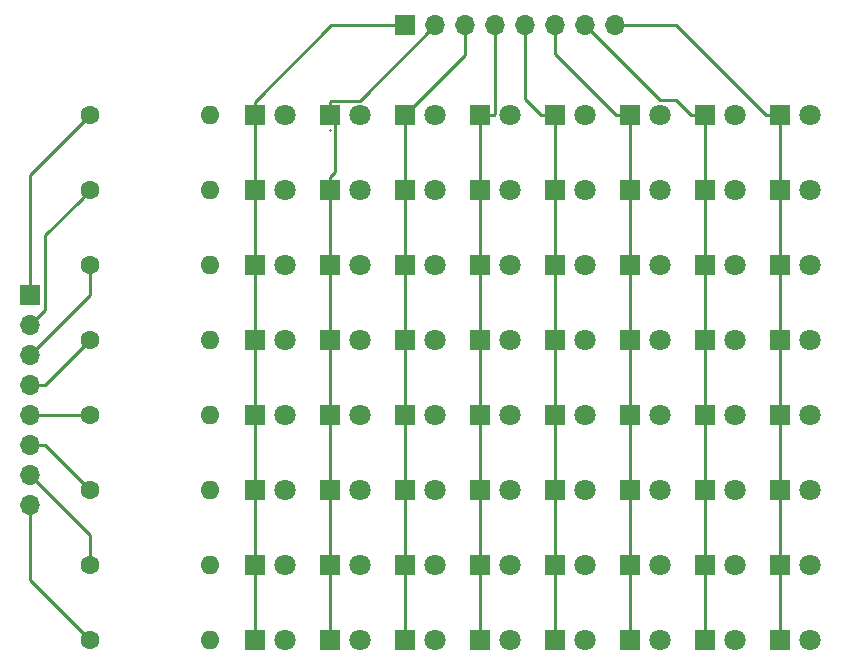
<source format=gtl>
G04 #@! TF.GenerationSoftware,KiCad,Pcbnew,5.0.2+dfsg1-1~bpo9+1*
G04 #@! TF.CreationDate,2019-05-26T15:46:40+01:00*
G04 #@! TF.ProjectId,LedMatrix,4c65644d-6174-4726-9978-2e6b69636164,1.0*
G04 #@! TF.SameCoordinates,Original*
G04 #@! TF.FileFunction,Copper,L1,Top*
G04 #@! TF.FilePolarity,Positive*
%FSLAX46Y46*%
G04 Gerber Fmt 4.6, Leading zero omitted, Abs format (unit mm)*
G04 Created by KiCad (PCBNEW 5.0.2+dfsg1-1~bpo9+1) date Sun 26 May 2019 15:46:40 IST*
%MOMM*%
%LPD*%
G01*
G04 APERTURE LIST*
G04 #@! TA.AperFunction,ComponentPad*
%ADD10O,1.700000X1.700000*%
G04 #@! TD*
G04 #@! TA.AperFunction,ComponentPad*
%ADD11R,1.700000X1.700000*%
G04 #@! TD*
G04 #@! TA.AperFunction,ComponentPad*
%ADD12C,1.800000*%
G04 #@! TD*
G04 #@! TA.AperFunction,ComponentPad*
%ADD13R,1.800000X1.800000*%
G04 #@! TD*
G04 #@! TA.AperFunction,ComponentPad*
%ADD14O,1.600000X1.600000*%
G04 #@! TD*
G04 #@! TA.AperFunction,ComponentPad*
%ADD15C,1.600000*%
G04 #@! TD*
G04 #@! TA.AperFunction,Conductor*
%ADD16C,0.250000*%
G04 #@! TD*
G04 APERTURE END LIST*
D10*
G04 #@! TO.P,J2,8*
G04 #@! TO.N,Net-(D57-Pad1)*
X106680000Y-27940000D03*
G04 #@! TO.P,J2,7*
G04 #@! TO.N,Net-(D49-Pad1)*
X104140000Y-27940000D03*
G04 #@! TO.P,J2,6*
G04 #@! TO.N,Net-(D41-Pad1)*
X101600000Y-27940000D03*
G04 #@! TO.P,J2,5*
G04 #@! TO.N,Net-(D33-Pad1)*
X99060000Y-27940000D03*
G04 #@! TO.P,J2,4*
G04 #@! TO.N,Net-(D25-Pad1)*
X96520000Y-27940000D03*
G04 #@! TO.P,J2,3*
G04 #@! TO.N,Net-(D17-Pad1)*
X93980000Y-27940000D03*
G04 #@! TO.P,J2,2*
G04 #@! TO.N,Net-(D10-Pad1)*
X91440000Y-27940000D03*
D11*
G04 #@! TO.P,J2,1*
G04 #@! TO.N,Net-(D1-Pad1)*
X88900000Y-27940000D03*
G04 #@! TD*
G04 #@! TO.P,J1,1*
G04 #@! TO.N,Net-(J1-Pad1)*
X57150000Y-50800000D03*
D10*
G04 #@! TO.P,J1,2*
G04 #@! TO.N,Net-(J1-Pad2)*
X57150000Y-53340000D03*
G04 #@! TO.P,J1,3*
G04 #@! TO.N,Net-(J1-Pad3)*
X57150000Y-55880000D03*
G04 #@! TO.P,J1,4*
G04 #@! TO.N,Net-(J1-Pad4)*
X57150000Y-58420000D03*
G04 #@! TO.P,J1,5*
G04 #@! TO.N,Net-(J1-Pad5)*
X57150000Y-60960000D03*
G04 #@! TO.P,J1,6*
G04 #@! TO.N,Net-(J1-Pad6)*
X57150000Y-63500000D03*
G04 #@! TO.P,J1,7*
G04 #@! TO.N,Net-(J1-Pad7)*
X57150000Y-66040000D03*
G04 #@! TO.P,J1,8*
G04 #@! TO.N,Net-(J1-Pad8)*
X57150000Y-68580000D03*
G04 #@! TD*
D12*
G04 #@! TO.P,D41,2*
G04 #@! TO.N,Net-(D1-Pad2)*
X110490000Y-35560000D03*
D13*
G04 #@! TO.P,D41,1*
G04 #@! TO.N,Net-(D41-Pad1)*
X107950000Y-35560000D03*
G04 #@! TD*
G04 #@! TO.P,D42,1*
G04 #@! TO.N,Net-(D41-Pad1)*
X107950000Y-41910000D03*
D12*
G04 #@! TO.P,D42,2*
G04 #@! TO.N,Net-(D10-Pad2)*
X110490000Y-41910000D03*
G04 #@! TD*
D13*
G04 #@! TO.P,D58,1*
G04 #@! TO.N,Net-(D57-Pad1)*
X120650000Y-41910000D03*
D12*
G04 #@! TO.P,D58,2*
G04 #@! TO.N,Net-(D10-Pad2)*
X123190000Y-41910000D03*
G04 #@! TD*
G04 #@! TO.P,D50,2*
G04 #@! TO.N,Net-(D10-Pad2)*
X116840000Y-41910000D03*
D13*
G04 #@! TO.P,D50,1*
G04 #@! TO.N,Net-(D49-Pad1)*
X114300000Y-41910000D03*
G04 #@! TD*
D12*
G04 #@! TO.P,D57,2*
G04 #@! TO.N,Net-(D1-Pad2)*
X123190000Y-35560000D03*
D13*
G04 #@! TO.P,D57,1*
G04 #@! TO.N,Net-(D57-Pad1)*
X120650000Y-35560000D03*
G04 #@! TD*
D12*
G04 #@! TO.P,D49,2*
G04 #@! TO.N,Net-(D1-Pad2)*
X116840000Y-35560000D03*
D13*
G04 #@! TO.P,D49,1*
G04 #@! TO.N,Net-(D49-Pad1)*
X114300000Y-35560000D03*
G04 #@! TD*
D12*
G04 #@! TO.P,D52,2*
G04 #@! TO.N,Net-(D12-Pad2)*
X116840000Y-54610000D03*
D13*
G04 #@! TO.P,D52,1*
G04 #@! TO.N,Net-(D49-Pad1)*
X114300000Y-54610000D03*
G04 #@! TD*
G04 #@! TO.P,D54,1*
G04 #@! TO.N,Net-(D49-Pad1)*
X114300000Y-67310000D03*
D12*
G04 #@! TO.P,D54,2*
G04 #@! TO.N,Net-(D14-Pad2)*
X116840000Y-67310000D03*
G04 #@! TD*
G04 #@! TO.P,D55,2*
G04 #@! TO.N,Net-(D15-Pad2)*
X116840000Y-73660000D03*
D13*
G04 #@! TO.P,D55,1*
G04 #@! TO.N,Net-(D49-Pad1)*
X114300000Y-73660000D03*
G04 #@! TD*
G04 #@! TO.P,D56,1*
G04 #@! TO.N,Net-(D49-Pad1)*
X114300000Y-80010000D03*
D12*
G04 #@! TO.P,D56,2*
G04 #@! TO.N,Net-(D16-Pad2)*
X116840000Y-80010000D03*
G04 #@! TD*
G04 #@! TO.P,D59,2*
G04 #@! TO.N,Net-(D11-Pad2)*
X123190000Y-48260000D03*
D13*
G04 #@! TO.P,D59,1*
G04 #@! TO.N,Net-(D57-Pad1)*
X120650000Y-48260000D03*
G04 #@! TD*
G04 #@! TO.P,D60,1*
G04 #@! TO.N,Net-(D57-Pad1)*
X120650000Y-54610000D03*
D12*
G04 #@! TO.P,D60,2*
G04 #@! TO.N,Net-(D12-Pad2)*
X123190000Y-54610000D03*
G04 #@! TD*
G04 #@! TO.P,D61,2*
G04 #@! TO.N,Net-(D13-Pad2)*
X123190000Y-60960000D03*
D13*
G04 #@! TO.P,D61,1*
G04 #@! TO.N,Net-(D57-Pad1)*
X120650000Y-60960000D03*
G04 #@! TD*
G04 #@! TO.P,D62,1*
G04 #@! TO.N,Net-(D57-Pad1)*
X120650000Y-67310000D03*
D12*
G04 #@! TO.P,D62,2*
G04 #@! TO.N,Net-(D14-Pad2)*
X123190000Y-67310000D03*
G04 #@! TD*
G04 #@! TO.P,D63,2*
G04 #@! TO.N,Net-(D15-Pad2)*
X123190000Y-73660000D03*
D13*
G04 #@! TO.P,D63,1*
G04 #@! TO.N,Net-(D57-Pad1)*
X120650000Y-73660000D03*
G04 #@! TD*
G04 #@! TO.P,D64,1*
G04 #@! TO.N,Net-(D57-Pad1)*
X120650000Y-80010000D03*
D12*
G04 #@! TO.P,D64,2*
G04 #@! TO.N,Net-(D16-Pad2)*
X123190000Y-80010000D03*
G04 #@! TD*
G04 #@! TO.P,D10,2*
G04 #@! TO.N,Net-(D10-Pad2)*
X85090000Y-41910000D03*
D13*
G04 #@! TO.P,D10,1*
G04 #@! TO.N,Net-(D10-Pad1)*
X82550000Y-41910000D03*
G04 #@! TD*
G04 #@! TO.P,D17,1*
G04 #@! TO.N,Net-(D17-Pad1)*
X88900000Y-35560000D03*
D12*
G04 #@! TO.P,D17,2*
G04 #@! TO.N,Net-(D1-Pad2)*
X91440000Y-35560000D03*
G04 #@! TD*
G04 #@! TO.P,D15,2*
G04 #@! TO.N,Net-(D15-Pad2)*
X85090000Y-73660000D03*
D13*
G04 #@! TO.P,D15,1*
G04 #@! TO.N,Net-(D10-Pad1)*
X82550000Y-73660000D03*
G04 #@! TD*
G04 #@! TO.P,D53,1*
G04 #@! TO.N,Net-(D49-Pad1)*
X114300000Y-60960000D03*
D12*
G04 #@! TO.P,D53,2*
G04 #@! TO.N,Net-(D13-Pad2)*
X116840000Y-60960000D03*
G04 #@! TD*
G04 #@! TO.P,D51,2*
G04 #@! TO.N,Net-(D11-Pad2)*
X116840000Y-48260000D03*
D13*
G04 #@! TO.P,D51,1*
G04 #@! TO.N,Net-(D49-Pad1)*
X114300000Y-48260000D03*
G04 #@! TD*
G04 #@! TO.P,D38,1*
G04 #@! TO.N,Net-(D33-Pad1)*
X101600000Y-67310000D03*
D12*
G04 #@! TO.P,D38,2*
G04 #@! TO.N,Net-(D14-Pad2)*
X104140000Y-67310000D03*
G04 #@! TD*
G04 #@! TO.P,D39,2*
G04 #@! TO.N,Net-(D15-Pad2)*
X104140000Y-73660000D03*
D13*
G04 #@! TO.P,D39,1*
G04 #@! TO.N,Net-(D33-Pad1)*
X101600000Y-73660000D03*
G04 #@! TD*
G04 #@! TO.P,D40,1*
G04 #@! TO.N,Net-(D33-Pad1)*
X101600000Y-80010000D03*
D12*
G04 #@! TO.P,D40,2*
G04 #@! TO.N,Net-(D16-Pad2)*
X104140000Y-80010000D03*
G04 #@! TD*
G04 #@! TO.P,D43,2*
G04 #@! TO.N,Net-(D11-Pad2)*
X110490000Y-48260000D03*
D13*
G04 #@! TO.P,D43,1*
G04 #@! TO.N,Net-(D41-Pad1)*
X107950000Y-48260000D03*
G04 #@! TD*
G04 #@! TO.P,D44,1*
G04 #@! TO.N,Net-(D41-Pad1)*
X107950000Y-54610000D03*
D12*
G04 #@! TO.P,D44,2*
G04 #@! TO.N,Net-(D12-Pad2)*
X110490000Y-54610000D03*
G04 #@! TD*
G04 #@! TO.P,D45,2*
G04 #@! TO.N,Net-(D13-Pad2)*
X110490000Y-60960000D03*
D13*
G04 #@! TO.P,D45,1*
G04 #@! TO.N,Net-(D41-Pad1)*
X107950000Y-60960000D03*
G04 #@! TD*
G04 #@! TO.P,D46,1*
G04 #@! TO.N,Net-(D41-Pad1)*
X107950000Y-67310000D03*
D12*
G04 #@! TO.P,D46,2*
G04 #@! TO.N,Net-(D14-Pad2)*
X110490000Y-67310000D03*
G04 #@! TD*
G04 #@! TO.P,D47,2*
G04 #@! TO.N,Net-(D15-Pad2)*
X110490000Y-73660000D03*
D13*
G04 #@! TO.P,D47,1*
G04 #@! TO.N,Net-(D41-Pad1)*
X107950000Y-73660000D03*
G04 #@! TD*
G04 #@! TO.P,D48,1*
G04 #@! TO.N,Net-(D41-Pad1)*
X107950000Y-80010000D03*
D12*
G04 #@! TO.P,D48,2*
G04 #@! TO.N,Net-(D16-Pad2)*
X110490000Y-80010000D03*
G04 #@! TD*
D13*
G04 #@! TO.P,D1,1*
G04 #@! TO.N,Net-(D1-Pad1)*
X76200000Y-35560000D03*
D12*
G04 #@! TO.P,D1,2*
G04 #@! TO.N,Net-(D1-Pad2)*
X78740000Y-35560000D03*
G04 #@! TD*
D13*
G04 #@! TO.P,D16,1*
G04 #@! TO.N,Net-(D10-Pad1)*
X82550000Y-80010000D03*
D12*
G04 #@! TO.P,D16,2*
G04 #@! TO.N,Net-(D16-Pad2)*
X85090000Y-80010000D03*
G04 #@! TD*
G04 #@! TO.P,D19,2*
G04 #@! TO.N,Net-(D11-Pad2)*
X91440000Y-48260000D03*
D13*
G04 #@! TO.P,D19,1*
G04 #@! TO.N,Net-(D17-Pad1)*
X88900000Y-48260000D03*
G04 #@! TD*
G04 #@! TO.P,D21,1*
G04 #@! TO.N,Net-(D17-Pad1)*
X88900000Y-60960000D03*
D12*
G04 #@! TO.P,D21,2*
G04 #@! TO.N,Net-(D13-Pad2)*
X91440000Y-60960000D03*
G04 #@! TD*
G04 #@! TO.P,D22,2*
G04 #@! TO.N,Net-(D14-Pad2)*
X91440000Y-67310000D03*
D13*
G04 #@! TO.P,D22,1*
G04 #@! TO.N,Net-(D17-Pad1)*
X88900000Y-67310000D03*
G04 #@! TD*
G04 #@! TO.P,D23,1*
G04 #@! TO.N,Net-(D17-Pad1)*
X88900000Y-73660000D03*
D12*
G04 #@! TO.P,D23,2*
G04 #@! TO.N,Net-(D15-Pad2)*
X91440000Y-73660000D03*
G04 #@! TD*
G04 #@! TO.P,D24,2*
G04 #@! TO.N,Net-(D16-Pad2)*
X91440000Y-80010000D03*
D13*
G04 #@! TO.P,D24,1*
G04 #@! TO.N,Net-(D17-Pad1)*
X88900000Y-80010000D03*
G04 #@! TD*
G04 #@! TO.P,D25,1*
G04 #@! TO.N,Net-(D25-Pad1)*
X95250000Y-35560000D03*
D12*
G04 #@! TO.P,D25,2*
G04 #@! TO.N,Net-(D1-Pad2)*
X97790000Y-35560000D03*
G04 #@! TD*
G04 #@! TO.P,D26,2*
G04 #@! TO.N,Net-(D10-Pad2)*
X97790000Y-41910000D03*
D13*
G04 #@! TO.P,D26,1*
G04 #@! TO.N,Net-(D25-Pad1)*
X95250000Y-41910000D03*
G04 #@! TD*
G04 #@! TO.P,D27,1*
G04 #@! TO.N,Net-(D25-Pad1)*
X95250000Y-48260000D03*
D12*
G04 #@! TO.P,D27,2*
G04 #@! TO.N,Net-(D11-Pad2)*
X97790000Y-48260000D03*
G04 #@! TD*
G04 #@! TO.P,D28,2*
G04 #@! TO.N,Net-(D12-Pad2)*
X97790000Y-54610000D03*
D13*
G04 #@! TO.P,D28,1*
G04 #@! TO.N,Net-(D25-Pad1)*
X95250000Y-54610000D03*
G04 #@! TD*
G04 #@! TO.P,D29,1*
G04 #@! TO.N,Net-(D25-Pad1)*
X95250000Y-60960000D03*
D12*
G04 #@! TO.P,D29,2*
G04 #@! TO.N,Net-(D13-Pad2)*
X97790000Y-60960000D03*
G04 #@! TD*
G04 #@! TO.P,D30,2*
G04 #@! TO.N,Net-(D14-Pad2)*
X97790000Y-67310000D03*
D13*
G04 #@! TO.P,D30,1*
G04 #@! TO.N,Net-(D25-Pad1)*
X95250000Y-67310000D03*
G04 #@! TD*
G04 #@! TO.P,D31,1*
G04 #@! TO.N,Net-(D25-Pad1)*
X95250000Y-73660000D03*
D12*
G04 #@! TO.P,D31,2*
G04 #@! TO.N,Net-(D15-Pad2)*
X97790000Y-73660000D03*
G04 #@! TD*
G04 #@! TO.P,D32,2*
G04 #@! TO.N,Net-(D16-Pad2)*
X97790000Y-80010000D03*
D13*
G04 #@! TO.P,D32,1*
G04 #@! TO.N,Net-(D25-Pad1)*
X95250000Y-80010000D03*
G04 #@! TD*
G04 #@! TO.P,D33,1*
G04 #@! TO.N,Net-(D33-Pad1)*
X101600000Y-35560000D03*
D12*
G04 #@! TO.P,D33,2*
G04 #@! TO.N,Net-(D1-Pad2)*
X104140000Y-35560000D03*
G04 #@! TD*
G04 #@! TO.P,D34,2*
G04 #@! TO.N,Net-(D10-Pad2)*
X104140000Y-41910000D03*
D13*
G04 #@! TO.P,D34,1*
G04 #@! TO.N,Net-(D33-Pad1)*
X101600000Y-41910000D03*
G04 #@! TD*
G04 #@! TO.P,D35,1*
G04 #@! TO.N,Net-(D33-Pad1)*
X101600000Y-48260000D03*
D12*
G04 #@! TO.P,D35,2*
G04 #@! TO.N,Net-(D11-Pad2)*
X104140000Y-48260000D03*
G04 #@! TD*
G04 #@! TO.P,D37,2*
G04 #@! TO.N,Net-(D13-Pad2)*
X104140000Y-60960000D03*
D13*
G04 #@! TO.P,D37,1*
G04 #@! TO.N,Net-(D33-Pad1)*
X101600000Y-60960000D03*
G04 #@! TD*
G04 #@! TO.P,D13,1*
G04 #@! TO.N,Net-(D10-Pad1)*
X82550000Y-60960000D03*
D12*
G04 #@! TO.P,D13,2*
G04 #@! TO.N,Net-(D13-Pad2)*
X85090000Y-60960000D03*
G04 #@! TD*
G04 #@! TO.P,D12,2*
G04 #@! TO.N,Net-(D12-Pad2)*
X85090000Y-54610000D03*
D13*
G04 #@! TO.P,D12,1*
G04 #@! TO.N,Net-(D10-Pad1)*
X82550000Y-54610000D03*
G04 #@! TD*
G04 #@! TO.P,D11,1*
G04 #@! TO.N,Net-(D10-Pad1)*
X82550000Y-48260000D03*
D12*
G04 #@! TO.P,D11,2*
G04 #@! TO.N,Net-(D11-Pad2)*
X85090000Y-48260000D03*
G04 #@! TD*
G04 #@! TO.P,D18,2*
G04 #@! TO.N,Net-(D10-Pad2)*
X91440000Y-41910000D03*
D13*
G04 #@! TO.P,D18,1*
G04 #@! TO.N,Net-(D17-Pad1)*
X88900000Y-41910000D03*
G04 #@! TD*
G04 #@! TO.P,D9,1*
G04 #@! TO.N,Net-(D10-Pad1)*
X82550000Y-35560000D03*
D12*
G04 #@! TO.P,D9,2*
G04 #@! TO.N,Net-(D1-Pad2)*
X85090000Y-35560000D03*
G04 #@! TD*
G04 #@! TO.P,D8,2*
G04 #@! TO.N,Net-(D16-Pad2)*
X78740000Y-80010000D03*
D13*
G04 #@! TO.P,D8,1*
G04 #@! TO.N,Net-(D1-Pad1)*
X76200000Y-80010000D03*
G04 #@! TD*
G04 #@! TO.P,D7,1*
G04 #@! TO.N,Net-(D1-Pad1)*
X76200000Y-73660000D03*
D12*
G04 #@! TO.P,D7,2*
G04 #@! TO.N,Net-(D15-Pad2)*
X78740000Y-73660000D03*
G04 #@! TD*
G04 #@! TO.P,D6,2*
G04 #@! TO.N,Net-(D14-Pad2)*
X78740000Y-67310000D03*
D13*
G04 #@! TO.P,D6,1*
G04 #@! TO.N,Net-(D1-Pad1)*
X76200000Y-67310000D03*
G04 #@! TD*
G04 #@! TO.P,D5,1*
G04 #@! TO.N,Net-(D1-Pad1)*
X76200000Y-60960000D03*
D12*
G04 #@! TO.P,D5,2*
G04 #@! TO.N,Net-(D13-Pad2)*
X78740000Y-60960000D03*
G04 #@! TD*
G04 #@! TO.P,D4,2*
G04 #@! TO.N,Net-(D12-Pad2)*
X78740000Y-54610000D03*
D13*
G04 #@! TO.P,D4,1*
G04 #@! TO.N,Net-(D1-Pad1)*
X76200000Y-54610000D03*
G04 #@! TD*
G04 #@! TO.P,D3,1*
G04 #@! TO.N,Net-(D1-Pad1)*
X76200000Y-48260000D03*
D12*
G04 #@! TO.P,D3,2*
G04 #@! TO.N,Net-(D11-Pad2)*
X78740000Y-48260000D03*
G04 #@! TD*
G04 #@! TO.P,D2,2*
G04 #@! TO.N,Net-(D10-Pad2)*
X78740000Y-41910000D03*
D13*
G04 #@! TO.P,D2,1*
G04 #@! TO.N,Net-(D1-Pad1)*
X76200000Y-41910000D03*
G04 #@! TD*
G04 #@! TO.P,D20,1*
G04 #@! TO.N,Net-(D17-Pad1)*
X88900000Y-54610000D03*
D12*
G04 #@! TO.P,D20,2*
G04 #@! TO.N,Net-(D12-Pad2)*
X91440000Y-54610000D03*
G04 #@! TD*
G04 #@! TO.P,D14,2*
G04 #@! TO.N,Net-(D14-Pad2)*
X85090000Y-67310000D03*
D13*
G04 #@! TO.P,D14,1*
G04 #@! TO.N,Net-(D10-Pad1)*
X82550000Y-67310000D03*
G04 #@! TD*
G04 #@! TO.P,D36,1*
G04 #@! TO.N,Net-(D33-Pad1)*
X101600000Y-54610000D03*
D12*
G04 #@! TO.P,D36,2*
G04 #@! TO.N,Net-(D12-Pad2)*
X104140000Y-54610000D03*
G04 #@! TD*
D14*
G04 #@! TO.P,R8,2*
G04 #@! TO.N,Net-(D16-Pad2)*
X72390000Y-80010000D03*
D15*
G04 #@! TO.P,R8,1*
G04 #@! TO.N,Net-(J1-Pad8)*
X62230000Y-80010000D03*
G04 #@! TD*
G04 #@! TO.P,R1,1*
G04 #@! TO.N,Net-(J1-Pad1)*
X62230000Y-35560000D03*
D14*
G04 #@! TO.P,R1,2*
G04 #@! TO.N,Net-(D1-Pad2)*
X72390000Y-35560000D03*
G04 #@! TD*
G04 #@! TO.P,R2,2*
G04 #@! TO.N,Net-(D10-Pad2)*
X72390000Y-41910000D03*
D15*
G04 #@! TO.P,R2,1*
G04 #@! TO.N,Net-(J1-Pad2)*
X62230000Y-41910000D03*
G04 #@! TD*
G04 #@! TO.P,R3,1*
G04 #@! TO.N,Net-(J1-Pad3)*
X62230000Y-48260000D03*
D14*
G04 #@! TO.P,R3,2*
G04 #@! TO.N,Net-(D11-Pad2)*
X72390000Y-48260000D03*
G04 #@! TD*
G04 #@! TO.P,R4,2*
G04 #@! TO.N,Net-(D12-Pad2)*
X72390000Y-54610000D03*
D15*
G04 #@! TO.P,R4,1*
G04 #@! TO.N,Net-(J1-Pad4)*
X62230000Y-54610000D03*
G04 #@! TD*
G04 #@! TO.P,R5,1*
G04 #@! TO.N,Net-(J1-Pad5)*
X62230000Y-60960000D03*
D14*
G04 #@! TO.P,R5,2*
G04 #@! TO.N,Net-(D13-Pad2)*
X72390000Y-60960000D03*
G04 #@! TD*
G04 #@! TO.P,R6,2*
G04 #@! TO.N,Net-(D14-Pad2)*
X72390000Y-67310000D03*
D15*
G04 #@! TO.P,R6,1*
G04 #@! TO.N,Net-(J1-Pad6)*
X62230000Y-67310000D03*
G04 #@! TD*
G04 #@! TO.P,R7,1*
G04 #@! TO.N,Net-(J1-Pad7)*
X62230000Y-73660000D03*
D14*
G04 #@! TO.P,R7,2*
G04 #@! TO.N,Net-(D15-Pad2)*
X72390000Y-73660000D03*
G04 #@! TD*
D16*
G04 #@! TO.N,*
X82550000Y-36830000D02*
X82550000Y-36785001D01*
G04 #@! TO.N,Net-(J1-Pad7)*
X62230000Y-71120000D02*
X62230000Y-73660000D01*
X57150000Y-66040000D02*
X62230000Y-71120000D01*
G04 #@! TO.N,Net-(J1-Pad6)*
X58420000Y-63500000D02*
X62230000Y-67310000D01*
X57150000Y-63500000D02*
X58420000Y-63500000D01*
G04 #@! TO.N,Net-(J1-Pad5)*
X57150000Y-60960000D02*
X62230000Y-60960000D01*
G04 #@! TO.N,Net-(J1-Pad4)*
X58420000Y-58420000D02*
X62230000Y-54610000D01*
X57150000Y-58420000D02*
X58420000Y-58420000D01*
G04 #@! TO.N,Net-(J1-Pad3)*
X62230000Y-50800000D02*
X62230000Y-48260000D01*
X57150000Y-55880000D02*
X62230000Y-50800000D01*
G04 #@! TO.N,Net-(J1-Pad2)*
X61430001Y-42709999D02*
X62230000Y-41910000D01*
X58420000Y-45720000D02*
X61430001Y-42709999D01*
X58420000Y-52070000D02*
X58420000Y-45720000D01*
X57150000Y-53340000D02*
X58420000Y-52070000D01*
G04 #@! TO.N,Net-(J1-Pad1)*
X57150000Y-40640000D02*
X62230000Y-35560000D01*
X57150000Y-50800000D02*
X57150000Y-40640000D01*
G04 #@! TO.N,Net-(J1-Pad8)*
X57150000Y-74930000D02*
X62230000Y-80010000D01*
X57150000Y-68580000D02*
X57150000Y-74930000D01*
G04 #@! TO.N,Net-(D33-Pad1)*
X99060000Y-34170000D02*
X100450000Y-35560000D01*
X100450000Y-35560000D02*
X101600000Y-35560000D01*
X99060000Y-27940000D02*
X99060000Y-34170000D01*
X101600000Y-35560000D02*
X101600000Y-80010000D01*
G04 #@! TO.N,Net-(D10-Pad1)*
X82550000Y-78860000D02*
X82550000Y-41910000D01*
X82550000Y-80010000D02*
X82550000Y-78860000D01*
X83000010Y-36010010D02*
X82550000Y-35560000D01*
X82550000Y-40760000D02*
X83000010Y-40309990D01*
X83000010Y-40309990D02*
X83000010Y-36010010D01*
X82550000Y-41910000D02*
X82550000Y-40760000D01*
X82550000Y-34410000D02*
X82550000Y-35560000D01*
X82625001Y-34334999D02*
X82550000Y-34410000D01*
X85045001Y-34334999D02*
X82625001Y-34334999D01*
X91440000Y-27940000D02*
X85045001Y-34334999D01*
G04 #@! TO.N,Net-(D17-Pad1)*
X93980000Y-30480000D02*
X88900000Y-35560000D01*
X93980000Y-27940000D02*
X93980000Y-30480000D01*
X88900000Y-35560000D02*
X88900000Y-80010000D01*
G04 #@! TO.N,Net-(D1-Pad1)*
X76200000Y-34410000D02*
X76200000Y-35560000D01*
X82670000Y-27940000D02*
X76200000Y-34410000D01*
X88900000Y-27940000D02*
X82670000Y-27940000D01*
X76200000Y-35560000D02*
X76200000Y-80010000D01*
G04 #@! TO.N,Net-(D25-Pad1)*
X96400000Y-35560000D02*
X95250000Y-35560000D01*
X96520000Y-35440000D02*
X96400000Y-35560000D01*
X96520000Y-27940000D02*
X96520000Y-35440000D01*
X95250000Y-35560000D02*
X95250000Y-80010000D01*
G04 #@! TO.N,Net-(D49-Pad1)*
X113150000Y-35560000D02*
X114300000Y-35560000D01*
X111880000Y-34290000D02*
X113150000Y-35560000D01*
X110490000Y-34290000D02*
X111880000Y-34290000D01*
X104140000Y-27940000D02*
X110490000Y-34290000D01*
X114300000Y-35560000D02*
X114300000Y-41910000D01*
X114300000Y-41910000D02*
X114300000Y-48260000D01*
X114300000Y-48260000D02*
X114300000Y-54610000D01*
X114300000Y-54610000D02*
X114300000Y-60960000D01*
X114300000Y-60960000D02*
X114300000Y-67310000D01*
X114300000Y-67310000D02*
X114300000Y-73660000D01*
X114300000Y-73660000D02*
X114300000Y-80010000D01*
G04 #@! TO.N,Net-(D41-Pad1)*
X101600000Y-30360000D02*
X106800000Y-35560000D01*
X101600000Y-27940000D02*
X101600000Y-30360000D01*
X107950000Y-41910000D02*
X107950000Y-80010000D01*
X107950000Y-35560000D02*
X107950000Y-41910000D01*
X106800000Y-35560000D02*
X107950000Y-35560000D01*
G04 #@! TO.N,Net-(D57-Pad1)*
X120650000Y-80010000D02*
X120650000Y-35560000D01*
X107882081Y-27940000D02*
X106680000Y-27940000D01*
X111880000Y-27940000D02*
X107882081Y-27940000D01*
X119500000Y-35560000D02*
X111880000Y-27940000D01*
X120650000Y-35560000D02*
X119500000Y-35560000D01*
G04 #@! TD*
M02*

</source>
